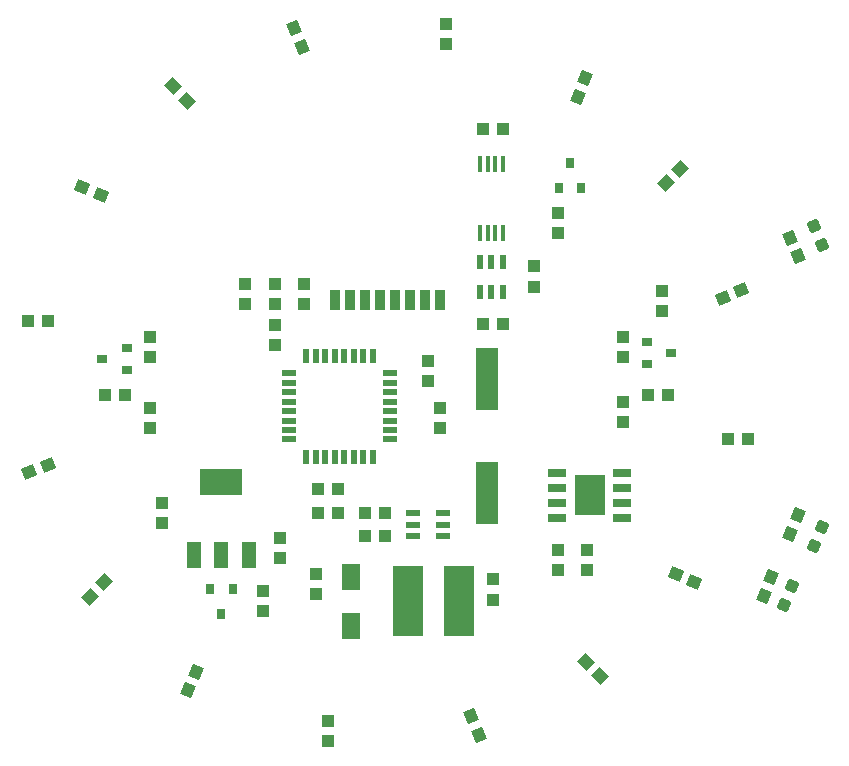
<source format=gtp>
G04 #@! TF.GenerationSoftware,KiCad,Pcbnew,(6.0.4-0)*
G04 #@! TF.CreationDate,2022-11-18T23:15:20+01:00*
G04 #@! TF.ProjectId,iO_Atletehe_rev1,694f5f41-746c-4657-9465-68655f726576,rev?*
G04 #@! TF.SameCoordinates,Original*
G04 #@! TF.FileFunction,Paste,Top*
G04 #@! TF.FilePolarity,Positive*
%FSLAX46Y46*%
G04 Gerber Fmt 4.6, Leading zero omitted, Abs format (unit mm)*
G04 Created by KiCad (PCBNEW (6.0.4-0)) date 2022-11-18 23:15:20*
%MOMM*%
%LPD*%
G01*
G04 APERTURE LIST*
G04 Aperture macros list*
%AMRoundRect*
0 Rectangle with rounded corners*
0 $1 Rounding radius*
0 $2 $3 $4 $5 $6 $7 $8 $9 X,Y pos of 4 corners*
0 Add a 4 corners polygon primitive as box body*
4,1,4,$2,$3,$4,$5,$6,$7,$8,$9,$2,$3,0*
0 Add four circle primitives for the rounded corners*
1,1,$1+$1,$2,$3*
1,1,$1+$1,$4,$5*
1,1,$1+$1,$6,$7*
1,1,$1+$1,$8,$9*
0 Add four rect primitives between the rounded corners*
20,1,$1+$1,$2,$3,$4,$5,0*
20,1,$1+$1,$4,$5,$6,$7,0*
20,1,$1+$1,$6,$7,$8,$9,0*
20,1,$1+$1,$8,$9,$2,$3,0*%
%AMRotRect*
0 Rectangle, with rotation*
0 The origin of the aperture is its center*
0 $1 length*
0 $2 width*
0 $3 Rotation angle, in degrees counterclockwise*
0 Add horizontal line*
21,1,$1,$2,0,0,$3*%
G04 Aperture macros list end*
%ADD10R,1.000000X1.100000*%
%ADD11RotRect,1.100000X1.000000X315.000000*%
%ADD12R,1.270000X0.558800*%
%ADD13R,0.558800X1.270000*%
%ADD14R,0.800000X0.900000*%
%ADD15RotRect,1.100000X1.000000X112.500000*%
%ADD16R,1.525000X0.700000*%
%ADD17R,2.513000X3.402000*%
%ADD18R,1.100000X1.000000*%
%ADD19RotRect,1.100000X1.000000X292.500000*%
%ADD20R,0.450000X1.475000*%
%ADD21RoundRect,0.150000X-0.457297X-0.189419X0.189419X-0.457297X0.457297X0.189419X-0.189419X0.457297X0*%
%ADD22RotRect,1.100000X1.000000X247.500000*%
%ADD23RoundRect,0.150000X-0.189419X-0.457297X0.457297X-0.189419X0.189419X0.457297X-0.457297X0.189419X0*%
%ADD24R,1.550000X2.200000*%
%ADD25R,0.900000X0.800000*%
%ADD26R,1.200000X0.600000*%
%ADD27RotRect,1.100000X1.000000X135.000000*%
%ADD28RotRect,1.100000X1.000000X337.500000*%
%ADD29RotRect,1.100000X1.000000X67.500000*%
%ADD30RotRect,1.100000X1.000000X225.000000*%
%ADD31RotRect,1.100000X1.000000X22.500000*%
%ADD32R,2.500000X6.000000*%
%ADD33RoundRect,0.150000X0.457297X0.189419X-0.189419X0.457297X-0.457297X-0.189419X0.189419X-0.457297X0*%
%ADD34R,1.930400X5.334000*%
%ADD35RotRect,1.100000X1.000000X202.500000*%
%ADD36RotRect,1.100000X1.000000X157.500000*%
%ADD37R,0.600000X1.200000*%
%ADD38R,0.812800X1.676400*%
%ADD39RotRect,1.100000X1.000000X45.000000*%
%ADD40R,1.219200X2.235200*%
%ADD41R,3.600000X2.200000*%
G04 APERTURE END LIST*
D10*
X171805600Y-97194000D03*
X171805600Y-98894000D03*
X139081100Y-101843600D03*
X139081100Y-100143600D03*
D11*
X165400059Y-128652559D03*
X166602141Y-129854641D03*
D10*
X163001100Y-119153600D03*
X163001100Y-120853600D03*
D12*
X148793700Y-109803600D03*
X148793700Y-109003600D03*
X148793700Y-108203600D03*
X148793700Y-107403600D03*
X148793700Y-106603600D03*
X148793700Y-105803600D03*
X148793700Y-105003600D03*
X148793700Y-104203600D03*
D13*
X147301100Y-102711000D03*
X146501100Y-102711000D03*
X145701100Y-102711000D03*
X144901100Y-102711000D03*
X144101100Y-102711000D03*
X143301100Y-102711000D03*
X142501100Y-102711000D03*
X141701100Y-102711000D03*
D12*
X140208500Y-104203600D03*
X140208500Y-105003600D03*
X140208500Y-105803600D03*
X140208500Y-106603600D03*
X140208500Y-107403600D03*
X140208500Y-108203600D03*
X140208500Y-109003600D03*
X140208500Y-109803600D03*
D13*
X141701100Y-111296200D03*
X142501100Y-111296200D03*
X143301100Y-111296200D03*
X144101100Y-111296200D03*
X144901100Y-111296200D03*
X145701100Y-111296200D03*
X146501100Y-111296200D03*
X147301100Y-111296200D03*
D14*
X163051100Y-88503600D03*
X164951100Y-88503600D03*
X164001100Y-86403600D03*
D15*
X141326381Y-76538898D03*
X140675819Y-74968302D03*
D10*
X143501100Y-133653600D03*
X143501100Y-135353600D03*
D16*
X162959100Y-112618600D03*
X162959100Y-113888600D03*
X162959100Y-115158600D03*
X162959100Y-116428600D03*
X168383100Y-116428600D03*
X168383100Y-115158600D03*
X168383100Y-113888600D03*
X168383100Y-112618600D03*
D17*
X165671100Y-114523600D03*
D10*
X138001100Y-122653600D03*
X138001100Y-124353600D03*
D18*
X148351100Y-116003600D03*
X146651100Y-116003600D03*
D10*
X153001100Y-107153600D03*
X153001100Y-108853600D03*
D19*
X155675819Y-133218302D03*
X156326381Y-134788898D03*
D18*
X142651100Y-116003600D03*
X144351100Y-116003600D03*
D20*
X158336100Y-86465600D03*
X157686100Y-86465600D03*
X157036100Y-86465600D03*
X156386100Y-86465600D03*
X156386100Y-92341600D03*
X157036100Y-92341600D03*
X157686100Y-92341600D03*
X158336100Y-92341600D03*
D10*
X161001100Y-96853600D03*
X161001100Y-95153600D03*
D21*
X184665487Y-118813842D03*
X185336713Y-117193358D03*
D19*
X182675819Y-92718302D03*
X183326381Y-94288898D03*
D18*
X156651100Y-100003600D03*
X158351100Y-100003600D03*
D10*
X152001100Y-104853600D03*
X152001100Y-103153600D03*
D18*
X146651100Y-118003600D03*
X148351100Y-118003600D03*
D22*
X183326381Y-116218302D03*
X182675819Y-117788898D03*
D10*
X168501100Y-108353600D03*
X168501100Y-106653600D03*
X136501100Y-96653600D03*
X136501100Y-98353600D03*
D23*
X185336713Y-93313842D03*
X184665487Y-91693358D03*
D22*
X132326381Y-129468302D03*
X131675819Y-131038898D03*
D24*
X145501100Y-121453600D03*
X145501100Y-125553600D03*
D10*
X129501100Y-116853600D03*
X129501100Y-115153600D03*
D25*
X126501100Y-103953600D03*
X126501100Y-102053600D03*
X124401100Y-103003600D03*
X170501100Y-101553600D03*
X170501100Y-103453600D03*
X172601100Y-102503600D03*
D10*
X139501100Y-119853600D03*
X139501100Y-118153600D03*
D18*
X126351100Y-106003600D03*
X124651100Y-106003600D03*
D26*
X150751100Y-116053600D03*
X150751100Y-117003600D03*
X150751100Y-117953600D03*
X153251100Y-117953600D03*
X153251100Y-117003600D03*
X153251100Y-116053600D03*
D27*
X131602141Y-81104641D03*
X130400059Y-79902559D03*
D18*
X119851100Y-99753600D03*
X118151100Y-99753600D03*
D28*
X172965802Y-121178319D03*
X174536398Y-121828881D03*
D29*
X164675819Y-80788898D03*
X165326381Y-79218302D03*
D10*
X168501100Y-101153600D03*
X168501100Y-102853600D03*
D18*
X177401100Y-109753600D03*
X179101100Y-109753600D03*
D30*
X124602141Y-121902559D03*
X123400059Y-123104641D03*
D31*
X176965802Y-97828881D03*
X178536398Y-97178319D03*
D10*
X157501100Y-123353600D03*
X157501100Y-121653600D03*
D32*
X150326100Y-123503600D03*
X154626100Y-123503600D03*
D33*
X182836713Y-122193358D03*
X182165487Y-123813842D03*
D10*
X165501100Y-119153600D03*
X165501100Y-120853600D03*
D34*
X157001100Y-104677600D03*
X157001100Y-114329600D03*
D18*
X142651100Y-114003600D03*
X144351100Y-114003600D03*
D14*
X135451100Y-122503600D03*
X133551100Y-122503600D03*
X134501100Y-124603600D03*
D10*
X139001100Y-96653600D03*
X139001100Y-98353600D03*
X128501100Y-108853600D03*
X128501100Y-107153600D03*
D18*
X156651100Y-83503600D03*
X158351100Y-83503600D03*
D35*
X119786398Y-111928319D03*
X118215802Y-112578881D03*
D10*
X128501100Y-102853600D03*
X128501100Y-101153600D03*
D36*
X124286398Y-89078881D03*
X122715802Y-88428319D03*
D10*
X153501100Y-76353600D03*
X153501100Y-74653600D03*
D37*
X158311100Y-94813600D03*
X157361100Y-94813600D03*
X156411100Y-94813600D03*
X156411100Y-97313600D03*
X157361100Y-97313600D03*
X158311100Y-97313600D03*
D38*
X144111100Y-98003600D03*
X146651100Y-98003600D03*
X147921100Y-98003600D03*
X145381100Y-98003600D03*
X153001100Y-98003600D03*
X151731100Y-98003600D03*
X150461100Y-98003600D03*
X149191100Y-98003600D03*
D39*
X172150059Y-88104641D03*
X173352141Y-86902559D03*
D40*
X132189700Y-119602400D03*
X134501100Y-119602400D03*
X136812500Y-119602400D03*
D41*
X134501100Y-113404600D03*
D10*
X141501100Y-96653600D03*
X141501100Y-98353600D03*
D29*
X180425819Y-123038898D03*
X181076381Y-121468302D03*
D10*
X163001100Y-92353600D03*
X163001100Y-90653600D03*
X142501100Y-121153600D03*
X142501100Y-122853600D03*
D18*
X170651100Y-106003600D03*
X172351100Y-106003600D03*
M02*

</source>
